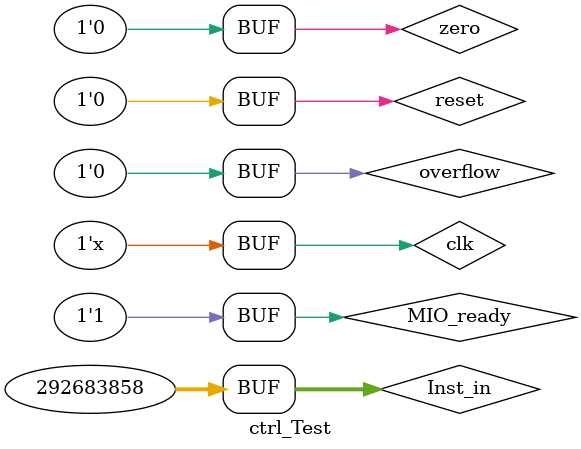
<source format=v>
`timescale 1ns / 1ps


module ctrl_Test;

// Inputs
reg clk;
reg reset;
reg [31:0] Inst_in;
reg zero;
reg overflow;
reg MIO_ready;

// Outputs
wire MemRead;
wire MemWrite;
wire [2:0] ALU_operation;
wire [4:0] state_out;
wire CPU_MIO;
wire IorD;
wire IRWrite;
wire [1:0] RegDst;
wire RegWrite;
wire [1:0] MemtoReg;
wire ALUSrcA;
wire [1:0] ALUSrcB;
wire [1:0] PCSource;
wire PCWrite;
wire PCWriteCond;
wire Branch;

// Instantiate the Unit Under Test (UUT)
ctrl uut (
         .clk(clk),
         .reset(reset),
         .Inst_in(Inst_in),
         .zero(zero),
         .overflow(overflow),
         .MIO_ready(MIO_ready),
         .MemRead(MemRead),
         .MemWrite(MemWrite),
         .ALU_operation(ALU_operation),
         .state_out(state_out),
         .CPU_MIO(CPU_MIO),
         .IorD(IorD),
         .IRWrite(IRWrite),
         .RegDst(RegDst),
         .RegWrite(RegWrite),
         .MemtoReg(MemtoReg),
         .ALUSrcA(ALUSrcA),
         .ALUSrcB(ALUSrcB),
         .PCSource(PCSource),
         .PCWrite(PCWrite),
         .PCWriteCond(PCWriteCond),
         .Branch(Branch)
     );

initial begin
    // Initialize Inputs
    clk = 0;
    reset = 0;
    Inst_in = 0;
    zero = 0;
    overflow = 0;
    MIO_ready = 0;
    Inst_in = 32'b00010001011100100000000001010010;

    // Wait 100 ns for global reset to finish
    #80;

    reset=1;
    #10;
    reset=0;
    #10;
    MIO_ready=1;
    // Add stimulus here
end

always begin
    clk=~clk;
    #5;
end

endmodule


</source>
